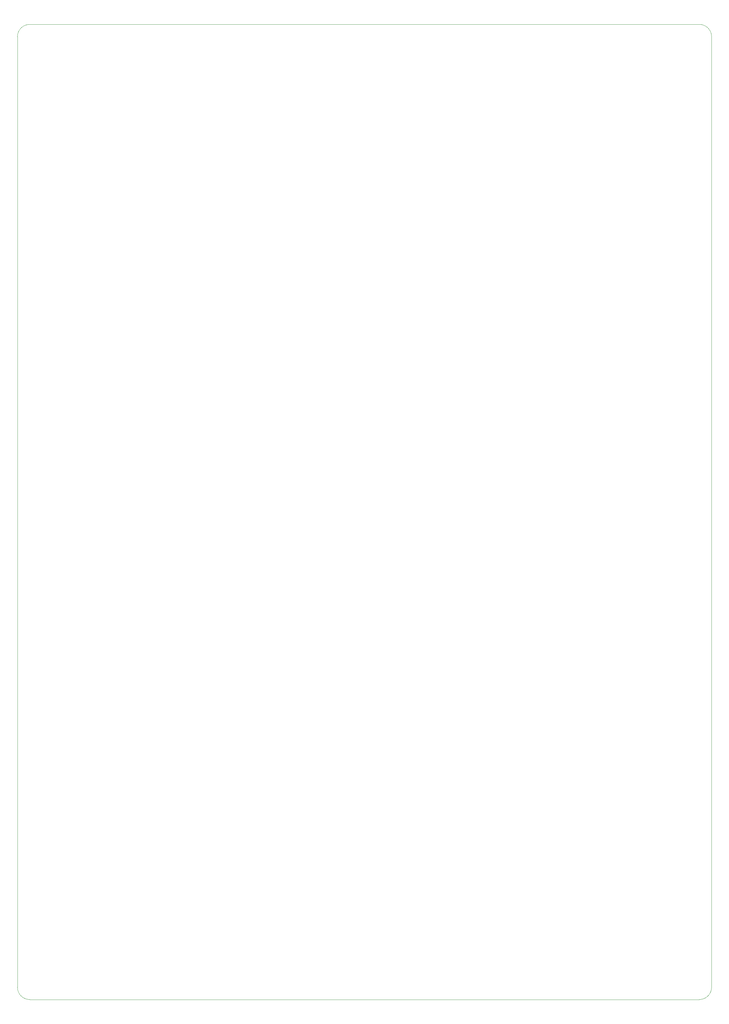
<source format=gm1>
G04 #@! TF.GenerationSoftware,KiCad,Pcbnew,(6.0.8-1)-1*
G04 #@! TF.CreationDate,2022-11-09T18:22:42-06:00*
G04 #@! TF.ProjectId,q2,71322e6b-6963-4616-945f-706362585858,rev?*
G04 #@! TF.SameCoordinates,Original*
G04 #@! TF.FileFunction,Profile,NP*
%FSLAX46Y46*%
G04 Gerber Fmt 4.6, Leading zero omitted, Abs format (unit mm)*
G04 Created by KiCad (PCBNEW (6.0.8-1)-1) date 2022-11-09 18:22:42*
%MOMM*%
%LPD*%
G01*
G04 APERTURE LIST*
G04 #@! TA.AperFunction,Profile*
%ADD10C,0.050000*%
G04 #@! TD*
G04 APERTURE END LIST*
D10*
X49200000Y-309400000D02*
X49200000Y-38400000D01*
X243700000Y-312900000D02*
X52700000Y-312900000D01*
X243700000Y-312900000D02*
G75*
G03*
X247200000Y-309400000I0J3500000D01*
G01*
X247200000Y-38400000D02*
X247200000Y-309400000D01*
X52700000Y-34900000D02*
G75*
G03*
X49200000Y-38400000I0J-3500000D01*
G01*
X49200000Y-309400000D02*
G75*
G03*
X52700000Y-312900000I3500000J0D01*
G01*
X52700000Y-34900000D02*
X243700000Y-34900000D01*
X247200000Y-38400000D02*
G75*
G03*
X243700000Y-34900000I-3500000J0D01*
G01*
M02*

</source>
